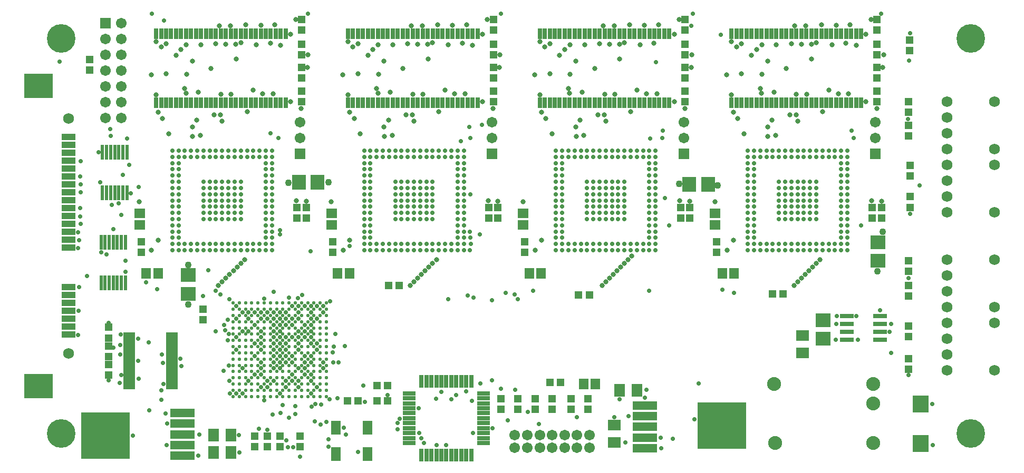
<source format=gts>
%FSLAX24Y24*%
%MOIN*%
G70*
G01*
G75*
G04 Layer_Color=8388736*
G04 Layer_Color=8388736*
%ADD10R,0.0866X0.0787*%
%ADD11R,0.0787X0.0866*%
%ADD12R,0.0945X0.1024*%
%ADD13R,0.0630X0.0709*%
%ADD14R,0.0709X0.0630*%
%ADD15R,0.1500X0.0500*%
%ADD16C,0.0177*%
%ADD17R,0.0433X0.0394*%
%ADD18R,0.0394X0.0433*%
%ADD19R,0.0512X0.0630*%
%ADD20C,0.0197*%
%ADD21R,0.0669X0.0177*%
%ADD22R,0.0669X0.0177*%
%ADD23R,0.0197X0.0591*%
%ADD24R,0.0630X0.0512*%
%ADD25R,0.3000X0.2900*%
%ADD26R,0.0748X0.0197*%
%ADD27R,0.0197X0.0748*%
%ADD28R,0.0551X0.0787*%
%ADD29R,0.1732X0.1441*%
%ADD30R,0.0827X0.0354*%
%ADD31R,0.0827X0.0354*%
%ADD32R,0.0807X0.0236*%
%ADD33R,0.0157X0.0846*%
%ADD34C,0.0160*%
%ADD35C,0.0070*%
%ADD36C,0.0090*%
%ADD37C,0.0060*%
%ADD38C,0.0120*%
%ADD39C,0.0100*%
%ADD40C,0.0080*%
%ADD41C,0.0300*%
%ADD42C,0.0250*%
%ADD43R,0.0591X0.0591*%
%ADD44C,0.0591*%
%ADD45C,0.0800*%
%ADD46C,0.0600*%
%ADD47C,0.1732*%
%ADD48C,0.1732*%
%ADD49C,0.0200*%
%ADD50C,0.0400*%
%ADD51C,0.0212*%
%ADD52C,0.0240*%
%ADD53C,0.0350*%
%ADD54R,0.0276X0.0354*%
%ADD55R,0.0354X0.0276*%
%ADD56C,0.0140*%
%ADD57C,0.0098*%
%ADD58C,0.0079*%
%ADD59C,0.0200*%
%ADD60C,0.0050*%
%ADD61R,0.0946X0.0867*%
%ADD62R,0.0867X0.0946*%
%ADD63R,0.1025X0.1104*%
%ADD64R,0.0710X0.0789*%
%ADD65R,0.0789X0.0710*%
%ADD66R,0.1580X0.0580*%
%ADD67C,0.0217*%
%ADD68R,0.0513X0.0474*%
%ADD69R,0.0474X0.0513*%
%ADD70R,0.0592X0.0710*%
%ADD71C,0.0277*%
%ADD72R,0.0749X0.0257*%
%ADD73R,0.0749X0.0257*%
%ADD74R,0.0277X0.0671*%
%ADD75R,0.0710X0.0592*%
%ADD76R,0.3080X0.2980*%
%ADD77R,0.0828X0.0277*%
%ADD78R,0.0277X0.0828*%
%ADD79R,0.0631X0.0867*%
%ADD80R,0.1812X0.1521*%
%ADD81R,0.0907X0.0434*%
%ADD82R,0.0907X0.0434*%
%ADD83R,0.0887X0.0316*%
%ADD84R,0.0237X0.0926*%
%ADD85R,0.0671X0.0671*%
%ADD86C,0.0671*%
%ADD87C,0.0880*%
%ADD88C,0.0680*%
%ADD89C,0.1812*%
%ADD90C,0.1812*%
%ADD91C,0.0280*%
%ADD92C,0.0480*%
%ADD93C,0.0292*%
%ADD94C,0.0320*%
%ADD95C,0.0430*%
D61*
X74134Y44606D02*
D03*
Y43425D02*
D03*
X30551Y42520D02*
D03*
Y41339D02*
D03*
X70669Y39665D02*
D03*
Y38484D02*
D03*
D62*
X63386Y48268D02*
D03*
X62205D02*
D03*
X37520Y48386D02*
D03*
X38701D02*
D03*
D63*
X76850Y34370D02*
D03*
Y31850D02*
D03*
D64*
X33228Y32382D02*
D03*
X32126D02*
D03*
X33228Y31299D02*
D03*
X32126D02*
D03*
X57815Y35236D02*
D03*
X58917D02*
D03*
D65*
X57480Y33031D02*
D03*
Y31929D02*
D03*
X69370Y37598D02*
D03*
Y38701D02*
D03*
D66*
X59404Y31572D02*
D03*
Y32242D02*
D03*
Y32912D02*
D03*
Y33582D02*
D03*
Y34252D02*
D03*
X30163Y33782D02*
D03*
Y33112D02*
D03*
Y32442D02*
D03*
Y31772D02*
D03*
Y31102D02*
D03*
D67*
X36516Y34843D02*
D03*
X36909D02*
D03*
X38484D02*
D03*
X38091D02*
D03*
X37697D02*
D03*
X33366Y40748D02*
D03*
Y40354D02*
D03*
Y39961D02*
D03*
Y39567D02*
D03*
Y39173D02*
D03*
Y38780D02*
D03*
Y38386D02*
D03*
Y37992D02*
D03*
Y37598D02*
D03*
Y37205D02*
D03*
Y36811D02*
D03*
Y36417D02*
D03*
Y36024D02*
D03*
Y35630D02*
D03*
Y35236D02*
D03*
Y34843D02*
D03*
X33760Y40748D02*
D03*
Y40354D02*
D03*
Y39961D02*
D03*
Y39567D02*
D03*
Y39173D02*
D03*
Y38780D02*
D03*
Y38386D02*
D03*
Y37992D02*
D03*
Y37598D02*
D03*
Y37205D02*
D03*
Y36811D02*
D03*
Y36417D02*
D03*
Y36024D02*
D03*
Y35630D02*
D03*
Y35236D02*
D03*
Y34843D02*
D03*
X34154Y40748D02*
D03*
Y40354D02*
D03*
Y39961D02*
D03*
Y39567D02*
D03*
Y39173D02*
D03*
Y38780D02*
D03*
Y38386D02*
D03*
Y37992D02*
D03*
Y37598D02*
D03*
Y37205D02*
D03*
Y36811D02*
D03*
Y36417D02*
D03*
Y36024D02*
D03*
Y35630D02*
D03*
Y35236D02*
D03*
Y34843D02*
D03*
X34547Y40748D02*
D03*
Y40354D02*
D03*
Y39961D02*
D03*
Y39567D02*
D03*
Y39173D02*
D03*
Y38780D02*
D03*
Y38386D02*
D03*
Y37992D02*
D03*
Y37598D02*
D03*
Y37205D02*
D03*
Y36811D02*
D03*
Y36417D02*
D03*
Y36024D02*
D03*
Y35630D02*
D03*
Y35236D02*
D03*
Y34843D02*
D03*
X34941Y40748D02*
D03*
Y40354D02*
D03*
Y39961D02*
D03*
Y39567D02*
D03*
Y39173D02*
D03*
Y38780D02*
D03*
Y38386D02*
D03*
Y37992D02*
D03*
Y37598D02*
D03*
Y37205D02*
D03*
Y36811D02*
D03*
Y36417D02*
D03*
Y36024D02*
D03*
Y35630D02*
D03*
Y35236D02*
D03*
Y34843D02*
D03*
X35335Y40748D02*
D03*
Y40354D02*
D03*
Y39961D02*
D03*
Y39567D02*
D03*
Y39173D02*
D03*
Y38780D02*
D03*
Y38386D02*
D03*
Y37992D02*
D03*
Y37598D02*
D03*
Y37205D02*
D03*
Y36811D02*
D03*
Y36417D02*
D03*
Y36024D02*
D03*
Y35630D02*
D03*
Y35236D02*
D03*
Y34843D02*
D03*
X35728Y40748D02*
D03*
Y40354D02*
D03*
Y39961D02*
D03*
Y39567D02*
D03*
Y39173D02*
D03*
Y38780D02*
D03*
Y38386D02*
D03*
Y37992D02*
D03*
Y37598D02*
D03*
Y37205D02*
D03*
Y36811D02*
D03*
Y36417D02*
D03*
Y36024D02*
D03*
Y35630D02*
D03*
Y35236D02*
D03*
Y34843D02*
D03*
X36122Y40748D02*
D03*
Y40354D02*
D03*
Y39961D02*
D03*
Y39567D02*
D03*
Y39173D02*
D03*
Y38780D02*
D03*
Y38386D02*
D03*
Y37992D02*
D03*
Y37598D02*
D03*
Y37205D02*
D03*
Y36811D02*
D03*
Y36417D02*
D03*
Y36024D02*
D03*
Y35630D02*
D03*
Y35236D02*
D03*
Y34843D02*
D03*
X36516Y40748D02*
D03*
Y40354D02*
D03*
Y39961D02*
D03*
Y39567D02*
D03*
Y39173D02*
D03*
Y38780D02*
D03*
Y38386D02*
D03*
Y37992D02*
D03*
Y37598D02*
D03*
Y37205D02*
D03*
Y36811D02*
D03*
Y36417D02*
D03*
Y36024D02*
D03*
Y35630D02*
D03*
Y35236D02*
D03*
X36909Y40748D02*
D03*
Y40354D02*
D03*
Y39961D02*
D03*
Y39567D02*
D03*
Y39173D02*
D03*
Y38780D02*
D03*
Y38386D02*
D03*
Y37992D02*
D03*
Y37598D02*
D03*
Y37205D02*
D03*
Y36811D02*
D03*
Y36417D02*
D03*
Y36024D02*
D03*
Y35630D02*
D03*
Y35236D02*
D03*
X37303Y40748D02*
D03*
Y40354D02*
D03*
Y39961D02*
D03*
Y39567D02*
D03*
Y39173D02*
D03*
Y38780D02*
D03*
Y38386D02*
D03*
Y37992D02*
D03*
Y37598D02*
D03*
Y37205D02*
D03*
Y36811D02*
D03*
Y36417D02*
D03*
Y36024D02*
D03*
Y35630D02*
D03*
Y35236D02*
D03*
Y34843D02*
D03*
X37697Y40748D02*
D03*
Y40354D02*
D03*
Y39961D02*
D03*
Y39567D02*
D03*
Y39173D02*
D03*
Y38780D02*
D03*
Y38386D02*
D03*
Y37992D02*
D03*
Y37598D02*
D03*
Y37205D02*
D03*
Y36811D02*
D03*
Y36417D02*
D03*
Y36024D02*
D03*
Y35630D02*
D03*
Y35236D02*
D03*
X38091Y40748D02*
D03*
Y40354D02*
D03*
Y39961D02*
D03*
Y39567D02*
D03*
Y39173D02*
D03*
Y38780D02*
D03*
Y38386D02*
D03*
Y37992D02*
D03*
Y37598D02*
D03*
Y37205D02*
D03*
Y36811D02*
D03*
Y36417D02*
D03*
Y36024D02*
D03*
Y35630D02*
D03*
Y35236D02*
D03*
X38484Y40748D02*
D03*
Y40354D02*
D03*
Y39961D02*
D03*
Y39567D02*
D03*
Y39173D02*
D03*
Y38780D02*
D03*
Y38386D02*
D03*
Y37992D02*
D03*
Y37598D02*
D03*
Y37205D02*
D03*
Y36811D02*
D03*
Y36417D02*
D03*
Y36024D02*
D03*
Y35630D02*
D03*
Y35236D02*
D03*
X38878Y40748D02*
D03*
Y40354D02*
D03*
Y39961D02*
D03*
Y39567D02*
D03*
Y39173D02*
D03*
Y38780D02*
D03*
Y38386D02*
D03*
Y37992D02*
D03*
Y37598D02*
D03*
Y37205D02*
D03*
Y36811D02*
D03*
Y36417D02*
D03*
Y36024D02*
D03*
Y35630D02*
D03*
Y35236D02*
D03*
Y34843D02*
D03*
X39272Y40748D02*
D03*
Y40354D02*
D03*
Y39961D02*
D03*
Y39567D02*
D03*
Y39173D02*
D03*
Y38780D02*
D03*
Y38386D02*
D03*
Y37992D02*
D03*
Y37598D02*
D03*
Y37205D02*
D03*
Y36811D02*
D03*
Y36417D02*
D03*
Y36024D02*
D03*
Y35630D02*
D03*
Y35236D02*
D03*
Y34843D02*
D03*
D68*
X53406Y35728D02*
D03*
X54075D02*
D03*
X43150Y35531D02*
D03*
X42480D02*
D03*
X43150Y34547D02*
D03*
X42480D02*
D03*
X41280D02*
D03*
X40610D02*
D03*
X67461Y41339D02*
D03*
X68130D02*
D03*
X55217Y41260D02*
D03*
X55886D02*
D03*
X43209Y41850D02*
D03*
X43878D02*
D03*
D69*
X34744Y32323D02*
D03*
Y31654D02*
D03*
X35531D02*
D03*
X36319D02*
D03*
X37598D02*
D03*
X76142Y57382D02*
D03*
Y56713D02*
D03*
X76083Y36575D02*
D03*
Y37244D02*
D03*
Y38642D02*
D03*
Y39311D02*
D03*
Y41201D02*
D03*
Y41870D02*
D03*
Y43445D02*
D03*
Y42776D02*
D03*
X76181Y46811D02*
D03*
Y47480D02*
D03*
Y48780D02*
D03*
Y49449D02*
D03*
X76083Y51339D02*
D03*
Y52008D02*
D03*
Y53484D02*
D03*
Y52815D02*
D03*
X55807Y34685D02*
D03*
Y34016D02*
D03*
X50295Y34016D02*
D03*
Y34685D02*
D03*
X52461Y34685D02*
D03*
Y34016D02*
D03*
X51378Y34685D02*
D03*
Y34016D02*
D03*
X53543Y34685D02*
D03*
Y34016D02*
D03*
X54724Y34016D02*
D03*
Y34685D02*
D03*
X35531Y32323D02*
D03*
X36319D02*
D03*
X37598D02*
D03*
X24291Y56161D02*
D03*
Y55492D02*
D03*
X25492Y39213D02*
D03*
Y38543D02*
D03*
Y38031D02*
D03*
Y37362D02*
D03*
Y36181D02*
D03*
Y36850D02*
D03*
X31457Y40374D02*
D03*
Y39705D02*
D03*
X74370Y46791D02*
D03*
Y46122D02*
D03*
X62244Y46791D02*
D03*
Y46122D02*
D03*
X50118Y46791D02*
D03*
Y46122D02*
D03*
X37992Y46791D02*
D03*
Y46122D02*
D03*
X63937Y43957D02*
D03*
Y44626D02*
D03*
X51811Y43957D02*
D03*
Y44626D02*
D03*
X39685Y43957D02*
D03*
Y44626D02*
D03*
X27559Y43957D02*
D03*
Y44626D02*
D03*
X74075Y58032D02*
D03*
Y58701D02*
D03*
X61949Y58032D02*
D03*
Y58701D02*
D03*
X49823Y58032D02*
D03*
Y58701D02*
D03*
X37697Y58032D02*
D03*
Y58701D02*
D03*
X74075Y54980D02*
D03*
Y55650D02*
D03*
X61949Y54980D02*
D03*
Y55650D02*
D03*
X49823Y54980D02*
D03*
Y55650D02*
D03*
X37697Y54980D02*
D03*
Y55650D02*
D03*
X74075Y56457D02*
D03*
Y57126D02*
D03*
X61949Y56457D02*
D03*
Y57126D02*
D03*
X49823Y56457D02*
D03*
Y57126D02*
D03*
X37697Y56457D02*
D03*
Y57126D02*
D03*
X74075Y53504D02*
D03*
Y54173D02*
D03*
X61949Y53504D02*
D03*
Y54173D02*
D03*
X49823Y53504D02*
D03*
Y54173D02*
D03*
X37697Y53504D02*
D03*
Y54173D02*
D03*
X73780Y46122D02*
D03*
Y46791D02*
D03*
X61654Y46122D02*
D03*
Y46791D02*
D03*
X49528Y46122D02*
D03*
Y46791D02*
D03*
X37402Y46122D02*
D03*
Y46791D02*
D03*
D70*
X55532Y35630D02*
D03*
X28622Y42618D02*
D03*
X65039D02*
D03*
X52835D02*
D03*
X40728D02*
D03*
X27874D02*
D03*
X64291D02*
D03*
X52087D02*
D03*
X39980D02*
D03*
X56280Y35630D02*
D03*
D71*
X35827Y44094D02*
D03*
X35433D02*
D03*
X35039D02*
D03*
X34646D02*
D03*
X34252D02*
D03*
X33858D02*
D03*
X33465D02*
D03*
X33071D02*
D03*
X32677D02*
D03*
X32283D02*
D03*
X31890D02*
D03*
X31496D02*
D03*
X31102D02*
D03*
X30709D02*
D03*
X30315D02*
D03*
X29921D02*
D03*
X29528D02*
D03*
X35827Y44488D02*
D03*
X35433D02*
D03*
X35039D02*
D03*
X34646D02*
D03*
X34252D02*
D03*
X33858D02*
D03*
X33465D02*
D03*
X33071D02*
D03*
X32677D02*
D03*
X32283D02*
D03*
X31890D02*
D03*
X31496D02*
D03*
X31102D02*
D03*
X30709D02*
D03*
X30315D02*
D03*
X29921D02*
D03*
X29528D02*
D03*
X35827Y44882D02*
D03*
X35433D02*
D03*
X29921D02*
D03*
X29528D02*
D03*
X35827Y45276D02*
D03*
X35433D02*
D03*
X29921D02*
D03*
X29528D02*
D03*
X35827Y45669D02*
D03*
X35433D02*
D03*
X29921D02*
D03*
X29528D02*
D03*
X35827Y46063D02*
D03*
X35433D02*
D03*
X29921D02*
D03*
X29528D02*
D03*
X35827Y46457D02*
D03*
X35433D02*
D03*
X29921D02*
D03*
X29528D02*
D03*
X35827Y46850D02*
D03*
X35433D02*
D03*
X29921D02*
D03*
X29528D02*
D03*
X35827Y47244D02*
D03*
X35433D02*
D03*
X29921D02*
D03*
X29528D02*
D03*
X35827Y47638D02*
D03*
X35433D02*
D03*
X29921D02*
D03*
X29528D02*
D03*
X35827Y48031D02*
D03*
X35433D02*
D03*
X29921D02*
D03*
X29528D02*
D03*
X35827Y48425D02*
D03*
X35433D02*
D03*
X29921D02*
D03*
X29528D02*
D03*
X35827Y48819D02*
D03*
X35433D02*
D03*
X29921D02*
D03*
X29528D02*
D03*
X35827Y49213D02*
D03*
X35433D02*
D03*
X29921D02*
D03*
X29528D02*
D03*
X35827Y49606D02*
D03*
X35433D02*
D03*
X29921D02*
D03*
X29528D02*
D03*
X35827Y50000D02*
D03*
X35433D02*
D03*
X35039D02*
D03*
X34646D02*
D03*
X34252D02*
D03*
X33858D02*
D03*
X33465D02*
D03*
X33071D02*
D03*
X32677D02*
D03*
X32283D02*
D03*
X31890D02*
D03*
X31496D02*
D03*
X31102D02*
D03*
X30709D02*
D03*
X30315D02*
D03*
X29921D02*
D03*
X29528D02*
D03*
X35827Y50394D02*
D03*
X35433D02*
D03*
X35039D02*
D03*
X34646D02*
D03*
X34252D02*
D03*
X33858D02*
D03*
X33465D02*
D03*
X33071D02*
D03*
X32677D02*
D03*
X32283D02*
D03*
X31890D02*
D03*
X31496D02*
D03*
X31102D02*
D03*
X30709D02*
D03*
X30315D02*
D03*
X29921D02*
D03*
X29528D02*
D03*
X31496Y48425D02*
D03*
X31890D02*
D03*
X32283D02*
D03*
X32677D02*
D03*
X33071D02*
D03*
X33465D02*
D03*
X33858D02*
D03*
X31496Y48031D02*
D03*
X31890D02*
D03*
X32283D02*
D03*
X32677D02*
D03*
X33071D02*
D03*
X33465D02*
D03*
X33858D02*
D03*
X31496Y47638D02*
D03*
X31890D02*
D03*
X32283D02*
D03*
X32677D02*
D03*
X33071D02*
D03*
X33465D02*
D03*
X33858D02*
D03*
X31496Y47244D02*
D03*
X31890D02*
D03*
X32283D02*
D03*
X32677D02*
D03*
X33071D02*
D03*
X33465D02*
D03*
X33858D02*
D03*
X31496Y46850D02*
D03*
X31890D02*
D03*
X32283D02*
D03*
X32677D02*
D03*
X33071D02*
D03*
X33465D02*
D03*
X33858D02*
D03*
X31496Y46457D02*
D03*
X31890D02*
D03*
X32283D02*
D03*
X32677D02*
D03*
X33071D02*
D03*
X33465D02*
D03*
X33858D02*
D03*
X31496Y46063D02*
D03*
X31890D02*
D03*
X32283D02*
D03*
X32677D02*
D03*
X33071D02*
D03*
X33465D02*
D03*
X33858D02*
D03*
X70236D02*
D03*
X69843D02*
D03*
X69449D02*
D03*
X69055D02*
D03*
X68661D02*
D03*
X68268D02*
D03*
X67874D02*
D03*
X70236Y46457D02*
D03*
X69843D02*
D03*
X69449D02*
D03*
X69055D02*
D03*
X68661D02*
D03*
X68268D02*
D03*
X67874D02*
D03*
X70236Y46850D02*
D03*
X69843D02*
D03*
X69449D02*
D03*
X69055D02*
D03*
X68661D02*
D03*
X68268D02*
D03*
X67874D02*
D03*
X70236Y47244D02*
D03*
X69843D02*
D03*
X69449D02*
D03*
X69055D02*
D03*
X68661D02*
D03*
X68268D02*
D03*
X67874D02*
D03*
X70236Y47638D02*
D03*
X69843D02*
D03*
X69449D02*
D03*
X69055D02*
D03*
X68661D02*
D03*
X68268D02*
D03*
X67874D02*
D03*
X70236Y48031D02*
D03*
X69843D02*
D03*
X69449D02*
D03*
X69055D02*
D03*
X68661D02*
D03*
X68268D02*
D03*
X67874D02*
D03*
X70236Y48425D02*
D03*
X69843D02*
D03*
X69449D02*
D03*
X69055D02*
D03*
X68661D02*
D03*
X68268D02*
D03*
X67874D02*
D03*
X65905Y50394D02*
D03*
X66299D02*
D03*
X66693D02*
D03*
X67087D02*
D03*
X67480D02*
D03*
X67874D02*
D03*
X68268D02*
D03*
X68661D02*
D03*
X69055D02*
D03*
X69449D02*
D03*
X69843D02*
D03*
X70236D02*
D03*
X70630D02*
D03*
X71024D02*
D03*
X71417D02*
D03*
X71811D02*
D03*
X72205D02*
D03*
X65905Y50000D02*
D03*
X66299D02*
D03*
X66693D02*
D03*
X67087D02*
D03*
X67480D02*
D03*
X67874D02*
D03*
X68268D02*
D03*
X68661D02*
D03*
X69055D02*
D03*
X69449D02*
D03*
X69843D02*
D03*
X70236D02*
D03*
X70630D02*
D03*
X71024D02*
D03*
X71417D02*
D03*
X71811D02*
D03*
X72205D02*
D03*
X65905Y49606D02*
D03*
X66299D02*
D03*
X71811D02*
D03*
X72205D02*
D03*
X65905Y49213D02*
D03*
X66299D02*
D03*
X71811D02*
D03*
X72205D02*
D03*
X65905Y48819D02*
D03*
X66299D02*
D03*
X71811D02*
D03*
X72205D02*
D03*
X65905Y48425D02*
D03*
X66299D02*
D03*
X71811D02*
D03*
X72205D02*
D03*
X65905Y48031D02*
D03*
X66299D02*
D03*
X71811D02*
D03*
X72205D02*
D03*
X65905Y47638D02*
D03*
X66299D02*
D03*
X71811D02*
D03*
X72205D02*
D03*
X65905Y47244D02*
D03*
X66299D02*
D03*
X71811D02*
D03*
X72205D02*
D03*
X65905Y46850D02*
D03*
X66299D02*
D03*
X71811D02*
D03*
X72205D02*
D03*
X65905Y46457D02*
D03*
X66299D02*
D03*
X71811D02*
D03*
X72205D02*
D03*
X65905Y46063D02*
D03*
X66299D02*
D03*
X71811D02*
D03*
X72205D02*
D03*
X65905Y45669D02*
D03*
X66299D02*
D03*
X71811D02*
D03*
X72205D02*
D03*
X65905Y45276D02*
D03*
X66299D02*
D03*
X71811D02*
D03*
X72205D02*
D03*
X65905Y44882D02*
D03*
X66299D02*
D03*
X71811D02*
D03*
X72205D02*
D03*
X65905Y44488D02*
D03*
X66299D02*
D03*
X66693D02*
D03*
X67087D02*
D03*
X67480D02*
D03*
X67874D02*
D03*
X68268D02*
D03*
X68661D02*
D03*
X69055D02*
D03*
X69449D02*
D03*
X69843D02*
D03*
X70236D02*
D03*
X70630D02*
D03*
X71024D02*
D03*
X71417D02*
D03*
X71811D02*
D03*
X72205D02*
D03*
X65905Y44094D02*
D03*
X66299D02*
D03*
X66693D02*
D03*
X67087D02*
D03*
X67480D02*
D03*
X67874D02*
D03*
X68268D02*
D03*
X68661D02*
D03*
X69055D02*
D03*
X69449D02*
D03*
X69843D02*
D03*
X70236D02*
D03*
X70630D02*
D03*
X71024D02*
D03*
X71417D02*
D03*
X71811D02*
D03*
X72205D02*
D03*
X58110Y46063D02*
D03*
X57717D02*
D03*
X57323D02*
D03*
X56929D02*
D03*
X56535D02*
D03*
X56142D02*
D03*
X55748D02*
D03*
X58110Y46457D02*
D03*
X57717D02*
D03*
X57323D02*
D03*
X56929D02*
D03*
X56535D02*
D03*
X56142D02*
D03*
X55748D02*
D03*
X58110Y46850D02*
D03*
X57717D02*
D03*
X57323D02*
D03*
X56929D02*
D03*
X56535D02*
D03*
X56142D02*
D03*
X55748D02*
D03*
X58110Y47244D02*
D03*
X57717D02*
D03*
X57323D02*
D03*
X56929D02*
D03*
X56535D02*
D03*
X56142D02*
D03*
X55748D02*
D03*
X58110Y47638D02*
D03*
X57717D02*
D03*
X57323D02*
D03*
X56929D02*
D03*
X56535D02*
D03*
X56142D02*
D03*
X55748D02*
D03*
X58110Y48031D02*
D03*
X57717D02*
D03*
X57323D02*
D03*
X56929D02*
D03*
X56535D02*
D03*
X56142D02*
D03*
X55748D02*
D03*
X58110Y48425D02*
D03*
X57717D02*
D03*
X57323D02*
D03*
X56929D02*
D03*
X56535D02*
D03*
X56142D02*
D03*
X55748D02*
D03*
X53780Y50394D02*
D03*
X54173D02*
D03*
X54567D02*
D03*
X54961D02*
D03*
X55354D02*
D03*
X55748D02*
D03*
X56142D02*
D03*
X56535D02*
D03*
X56929D02*
D03*
X57323D02*
D03*
X57717D02*
D03*
X58110D02*
D03*
X58504D02*
D03*
X58898D02*
D03*
X59291D02*
D03*
X59685D02*
D03*
X60079D02*
D03*
X53780Y50000D02*
D03*
X54173D02*
D03*
X54567D02*
D03*
X54961D02*
D03*
X55354D02*
D03*
X55748D02*
D03*
X56142D02*
D03*
X56535D02*
D03*
X56929D02*
D03*
X57323D02*
D03*
X57717D02*
D03*
X58110D02*
D03*
X58504D02*
D03*
X58898D02*
D03*
X59291D02*
D03*
X59685D02*
D03*
X60079D02*
D03*
X53780Y49606D02*
D03*
X54173D02*
D03*
X59685D02*
D03*
X60079D02*
D03*
X53780Y49213D02*
D03*
X54173D02*
D03*
X59685D02*
D03*
X60079D02*
D03*
X53780Y48819D02*
D03*
X54173D02*
D03*
X59685D02*
D03*
X60079D02*
D03*
X53780Y48425D02*
D03*
X54173D02*
D03*
X59685D02*
D03*
X60079D02*
D03*
X53780Y48031D02*
D03*
X54173D02*
D03*
X59685D02*
D03*
X60079D02*
D03*
X53780Y47638D02*
D03*
X54173D02*
D03*
X59685D02*
D03*
X60079D02*
D03*
X53780Y47244D02*
D03*
X54173D02*
D03*
X59685D02*
D03*
X60079D02*
D03*
X53780Y46850D02*
D03*
X54173D02*
D03*
X59685D02*
D03*
X60079D02*
D03*
X53780Y46457D02*
D03*
X54173D02*
D03*
X59685D02*
D03*
X60079D02*
D03*
X53780Y46063D02*
D03*
X54173D02*
D03*
X59685D02*
D03*
X60079D02*
D03*
X53780Y45669D02*
D03*
X54173D02*
D03*
X59685D02*
D03*
X60079D02*
D03*
X53780Y45276D02*
D03*
X54173D02*
D03*
X59685D02*
D03*
X60079D02*
D03*
X53780Y44882D02*
D03*
X54173D02*
D03*
X59685D02*
D03*
X60079D02*
D03*
X53780Y44488D02*
D03*
X54173D02*
D03*
X54567D02*
D03*
X54961D02*
D03*
X55354D02*
D03*
X55748D02*
D03*
X56142D02*
D03*
X56535D02*
D03*
X56929D02*
D03*
X57323D02*
D03*
X57717D02*
D03*
X58110D02*
D03*
X58504D02*
D03*
X58898D02*
D03*
X59291D02*
D03*
X59685D02*
D03*
X60079D02*
D03*
X53780Y44094D02*
D03*
X54173D02*
D03*
X54567D02*
D03*
X54961D02*
D03*
X55354D02*
D03*
X55748D02*
D03*
X56142D02*
D03*
X56535D02*
D03*
X56929D02*
D03*
X57323D02*
D03*
X57717D02*
D03*
X58110D02*
D03*
X58504D02*
D03*
X58898D02*
D03*
X59291D02*
D03*
X59685D02*
D03*
X60079D02*
D03*
X47953D02*
D03*
X47559D02*
D03*
X47165D02*
D03*
X46772D02*
D03*
X46378D02*
D03*
X45984D02*
D03*
X45591D02*
D03*
X45197D02*
D03*
X44803D02*
D03*
X44409D02*
D03*
X44016D02*
D03*
X43622D02*
D03*
X43228D02*
D03*
X42835D02*
D03*
X42441D02*
D03*
X42047D02*
D03*
X41654D02*
D03*
X47953Y44488D02*
D03*
X47559D02*
D03*
X47165D02*
D03*
X46772D02*
D03*
X46378D02*
D03*
X45984D02*
D03*
X45591D02*
D03*
X45197D02*
D03*
X44803D02*
D03*
X44409D02*
D03*
X44016D02*
D03*
X43622D02*
D03*
X43228D02*
D03*
X42835D02*
D03*
X42441D02*
D03*
X42047D02*
D03*
X41654D02*
D03*
X47953Y44882D02*
D03*
X47559D02*
D03*
X42047D02*
D03*
X41654D02*
D03*
X47953Y45276D02*
D03*
X47559D02*
D03*
X42047D02*
D03*
X41654D02*
D03*
X47953Y45669D02*
D03*
X47559D02*
D03*
X42047D02*
D03*
X41654D02*
D03*
X47953Y46063D02*
D03*
X47559D02*
D03*
X42047D02*
D03*
X41654D02*
D03*
X47953Y46457D02*
D03*
X47559D02*
D03*
X42047D02*
D03*
X41654D02*
D03*
X47953Y46850D02*
D03*
X47559D02*
D03*
X42047D02*
D03*
X41654D02*
D03*
X47953Y47244D02*
D03*
X47559D02*
D03*
X42047D02*
D03*
X41654D02*
D03*
X47953Y47638D02*
D03*
X47559D02*
D03*
X42047D02*
D03*
X41654D02*
D03*
X47953Y48031D02*
D03*
X47559D02*
D03*
X42047D02*
D03*
X41654D02*
D03*
X47953Y48425D02*
D03*
X47559D02*
D03*
X42047D02*
D03*
X41654D02*
D03*
X47953Y48819D02*
D03*
X47559D02*
D03*
X42047D02*
D03*
X41654D02*
D03*
X47953Y49213D02*
D03*
X47559D02*
D03*
X42047D02*
D03*
X41654D02*
D03*
X47953Y49606D02*
D03*
X47559D02*
D03*
X42047D02*
D03*
X41654D02*
D03*
X47953Y50000D02*
D03*
X47559D02*
D03*
X47165D02*
D03*
X46772D02*
D03*
X46378D02*
D03*
X45984D02*
D03*
X45591D02*
D03*
X45197D02*
D03*
X44803D02*
D03*
X44409D02*
D03*
X44016D02*
D03*
X43622D02*
D03*
X43228D02*
D03*
X42835D02*
D03*
X42441D02*
D03*
X42047D02*
D03*
X41654D02*
D03*
X47953Y50394D02*
D03*
X47559D02*
D03*
X47165D02*
D03*
X46772D02*
D03*
X46378D02*
D03*
X45984D02*
D03*
X45591D02*
D03*
X45197D02*
D03*
X44803D02*
D03*
X44409D02*
D03*
X44016D02*
D03*
X43622D02*
D03*
X43228D02*
D03*
X42835D02*
D03*
X42441D02*
D03*
X42047D02*
D03*
X41654D02*
D03*
X43622Y48425D02*
D03*
X44016D02*
D03*
X44409D02*
D03*
X44803D02*
D03*
X45197D02*
D03*
X45591D02*
D03*
X45984D02*
D03*
X43622Y48031D02*
D03*
X44016D02*
D03*
X44409D02*
D03*
X44803D02*
D03*
X45197D02*
D03*
X45591D02*
D03*
X45984D02*
D03*
X43622Y47638D02*
D03*
X44016D02*
D03*
X44409D02*
D03*
X44803D02*
D03*
X45197D02*
D03*
X45591D02*
D03*
X45984D02*
D03*
X43622Y47244D02*
D03*
X44016D02*
D03*
X44409D02*
D03*
X44803D02*
D03*
X45197D02*
D03*
X45591D02*
D03*
X45984D02*
D03*
X43622Y46850D02*
D03*
X44016D02*
D03*
X44409D02*
D03*
X44803D02*
D03*
X45197D02*
D03*
X45591D02*
D03*
X45984D02*
D03*
X43622Y46457D02*
D03*
X44016D02*
D03*
X44409D02*
D03*
X44803D02*
D03*
X45197D02*
D03*
X45591D02*
D03*
X45984D02*
D03*
X43622Y46063D02*
D03*
X44016D02*
D03*
X44409D02*
D03*
X44803D02*
D03*
X45197D02*
D03*
X45591D02*
D03*
X45984D02*
D03*
D72*
X26811Y36467D02*
D03*
Y38514D02*
D03*
Y38258D02*
D03*
Y38002D02*
D03*
Y37746D02*
D03*
Y37490D02*
D03*
Y37234D02*
D03*
Y36978D02*
D03*
Y36722D02*
D03*
Y36211D02*
D03*
Y35955D02*
D03*
Y35699D02*
D03*
Y35443D02*
D03*
X29488Y38770D02*
D03*
Y38514D02*
D03*
Y38258D02*
D03*
Y38002D02*
D03*
Y37746D02*
D03*
Y37490D02*
D03*
Y37234D02*
D03*
Y36978D02*
D03*
Y36722D02*
D03*
Y36467D02*
D03*
Y36211D02*
D03*
Y35955D02*
D03*
Y35699D02*
D03*
Y35443D02*
D03*
D73*
X26811Y38770D02*
D03*
D74*
X30080Y57785D02*
D03*
X28506Y53415D02*
D03*
X28820D02*
D03*
X29135D02*
D03*
X29450D02*
D03*
X29765D02*
D03*
X30080D02*
D03*
X30395D02*
D03*
X30710D02*
D03*
X31025D02*
D03*
X31340D02*
D03*
X31655D02*
D03*
X31970D02*
D03*
X32285D02*
D03*
X32600D02*
D03*
X32915D02*
D03*
X33230D02*
D03*
X33545D02*
D03*
X33860D02*
D03*
X34175D02*
D03*
X34490D02*
D03*
X34805D02*
D03*
X35120D02*
D03*
X35435D02*
D03*
X35750D02*
D03*
X36065D02*
D03*
X36380D02*
D03*
X36694D02*
D03*
X28506Y57785D02*
D03*
X28820D02*
D03*
X29135D02*
D03*
X29450D02*
D03*
X29765D02*
D03*
X30395D02*
D03*
X30710D02*
D03*
X31025D02*
D03*
X31340D02*
D03*
X31655D02*
D03*
X31970D02*
D03*
X32285D02*
D03*
X32600D02*
D03*
X32915D02*
D03*
X33230D02*
D03*
X33545D02*
D03*
X33860D02*
D03*
X34175D02*
D03*
X34490D02*
D03*
X34805D02*
D03*
X35120D02*
D03*
X35435D02*
D03*
X35750D02*
D03*
X36065D02*
D03*
X36380D02*
D03*
X36694D02*
D03*
X73072D02*
D03*
X72757D02*
D03*
X72443D02*
D03*
X72128D02*
D03*
X71813D02*
D03*
X71498D02*
D03*
X71183D02*
D03*
X70868D02*
D03*
X70553D02*
D03*
X70238D02*
D03*
X69923D02*
D03*
X69608D02*
D03*
X69293D02*
D03*
X68978D02*
D03*
X68663D02*
D03*
X68348D02*
D03*
X68033D02*
D03*
X67718D02*
D03*
X67403D02*
D03*
X67088D02*
D03*
X66773D02*
D03*
X66458D02*
D03*
X66143D02*
D03*
X65828D02*
D03*
X65513D02*
D03*
X65198D02*
D03*
X64883D02*
D03*
X73072Y53415D02*
D03*
X72757D02*
D03*
X72443D02*
D03*
X72128D02*
D03*
X71813D02*
D03*
X71498D02*
D03*
X71183D02*
D03*
X70868D02*
D03*
X70553D02*
D03*
X70238D02*
D03*
X69923D02*
D03*
X69608D02*
D03*
X69293D02*
D03*
X68978D02*
D03*
X68663D02*
D03*
X68348D02*
D03*
X68033D02*
D03*
X67718D02*
D03*
X67403D02*
D03*
X67088D02*
D03*
X66773D02*
D03*
X66458D02*
D03*
X66143D02*
D03*
X65828D02*
D03*
X65513D02*
D03*
X65198D02*
D03*
X64883D02*
D03*
X60946Y57785D02*
D03*
X60631D02*
D03*
X60317D02*
D03*
X60002D02*
D03*
X59687D02*
D03*
X59372D02*
D03*
X59057D02*
D03*
X58742D02*
D03*
X58427D02*
D03*
X58112D02*
D03*
X57797D02*
D03*
X57482D02*
D03*
X57167D02*
D03*
X56852D02*
D03*
X56537D02*
D03*
X56222D02*
D03*
X55907D02*
D03*
X55592D02*
D03*
X55277D02*
D03*
X54962D02*
D03*
X54647D02*
D03*
X54332D02*
D03*
X54017D02*
D03*
X53702D02*
D03*
X53387D02*
D03*
X53072D02*
D03*
X52757D02*
D03*
X60946Y53415D02*
D03*
X60631D02*
D03*
X60317D02*
D03*
X60002D02*
D03*
X59687D02*
D03*
X59372D02*
D03*
X59057D02*
D03*
X58742D02*
D03*
X58427D02*
D03*
X58112D02*
D03*
X57797D02*
D03*
X57482D02*
D03*
X57167D02*
D03*
X56852D02*
D03*
X56537D02*
D03*
X56222D02*
D03*
X55907D02*
D03*
X55592D02*
D03*
X55277D02*
D03*
X54962D02*
D03*
X54647D02*
D03*
X54332D02*
D03*
X54017D02*
D03*
X53702D02*
D03*
X53387D02*
D03*
X53072D02*
D03*
X52757D02*
D03*
X40631D02*
D03*
X40946D02*
D03*
X41261D02*
D03*
X41576D02*
D03*
X41891D02*
D03*
X42206D02*
D03*
X42521D02*
D03*
X42836D02*
D03*
X43151D02*
D03*
X43466D02*
D03*
X43781D02*
D03*
X44096D02*
D03*
X44411D02*
D03*
X44726D02*
D03*
X45041D02*
D03*
X45356D02*
D03*
X45671D02*
D03*
X45986D02*
D03*
X46301D02*
D03*
X46616D02*
D03*
X46931D02*
D03*
X47246D02*
D03*
X47561D02*
D03*
X47876D02*
D03*
X48191D02*
D03*
X48506D02*
D03*
X48820D02*
D03*
X40631Y57785D02*
D03*
X40946D02*
D03*
X41261D02*
D03*
X41576D02*
D03*
X41891D02*
D03*
X42206D02*
D03*
X42521D02*
D03*
X42836D02*
D03*
X43151D02*
D03*
X43466D02*
D03*
X43781D02*
D03*
X44096D02*
D03*
X44411D02*
D03*
X44726D02*
D03*
X45041D02*
D03*
X45356D02*
D03*
X45671D02*
D03*
X45986D02*
D03*
X46301D02*
D03*
X46616D02*
D03*
X46931D02*
D03*
X47246D02*
D03*
X47561D02*
D03*
X47876D02*
D03*
X48191D02*
D03*
X48506D02*
D03*
X48820D02*
D03*
D75*
X63839Y45689D02*
D03*
Y46437D02*
D03*
X51713Y45689D02*
D03*
Y46437D02*
D03*
X27461Y45689D02*
D03*
Y46437D02*
D03*
X39587D02*
D03*
Y45689D02*
D03*
D76*
X64254Y33002D02*
D03*
X25313Y32352D02*
D03*
D77*
X44508Y35039D02*
D03*
Y34724D02*
D03*
Y34409D02*
D03*
Y34094D02*
D03*
Y33780D02*
D03*
Y33465D02*
D03*
Y33150D02*
D03*
Y32835D02*
D03*
Y32520D02*
D03*
Y32205D02*
D03*
Y31890D02*
D03*
X49193Y35039D02*
D03*
Y34724D02*
D03*
Y34409D02*
D03*
Y34094D02*
D03*
Y33780D02*
D03*
Y33465D02*
D03*
Y33150D02*
D03*
Y32835D02*
D03*
Y32520D02*
D03*
Y32205D02*
D03*
Y31890D02*
D03*
D78*
X45276Y31122D02*
D03*
X45591D02*
D03*
X45906D02*
D03*
X46220D02*
D03*
X46535D02*
D03*
X46850D02*
D03*
X47165D02*
D03*
X47480D02*
D03*
X47795D02*
D03*
X48110D02*
D03*
X48425D02*
D03*
X45276Y35807D02*
D03*
X45591D02*
D03*
X45906D02*
D03*
X46220D02*
D03*
X46535D02*
D03*
X46850D02*
D03*
X47165D02*
D03*
X47480D02*
D03*
X47795D02*
D03*
X48110D02*
D03*
X48425D02*
D03*
D79*
X39862Y32854D02*
D03*
X41862D02*
D03*
Y31201D02*
D03*
X39862D02*
D03*
D80*
X21083Y35492D02*
D03*
Y54508D02*
D03*
D81*
X22972Y38750D02*
D03*
Y39250D02*
D03*
Y39750D02*
D03*
Y40250D02*
D03*
Y40750D02*
D03*
Y41250D02*
D03*
Y41750D02*
D03*
D82*
Y51250D02*
D03*
Y50750D02*
D03*
Y50250D02*
D03*
Y49750D02*
D03*
Y49250D02*
D03*
Y48750D02*
D03*
Y48250D02*
D03*
Y47750D02*
D03*
Y47250D02*
D03*
Y46750D02*
D03*
Y46250D02*
D03*
Y45750D02*
D03*
Y45250D02*
D03*
Y44750D02*
D03*
Y44250D02*
D03*
D83*
X72175Y39923D02*
D03*
Y39423D02*
D03*
Y38923D02*
D03*
Y38423D02*
D03*
X74282Y39923D02*
D03*
Y39423D02*
D03*
Y38923D02*
D03*
Y38423D02*
D03*
D84*
X25118Y47726D02*
D03*
X25374D02*
D03*
X25630D02*
D03*
X25886D02*
D03*
X26142D02*
D03*
X26398D02*
D03*
X26654D02*
D03*
X25118Y50305D02*
D03*
X25374D02*
D03*
X25630D02*
D03*
X25886D02*
D03*
X26142D02*
D03*
X26398D02*
D03*
X26654D02*
D03*
X25020Y42018D02*
D03*
X25276D02*
D03*
X25531D02*
D03*
X25787D02*
D03*
X26043D02*
D03*
X26299D02*
D03*
X26555D02*
D03*
X25020Y44596D02*
D03*
X25276D02*
D03*
X25531D02*
D03*
X25787D02*
D03*
X26043D02*
D03*
X26299D02*
D03*
X26555D02*
D03*
D85*
X73978Y50200D02*
D03*
X61852D02*
D03*
X37600D02*
D03*
X49726D02*
D03*
X25295Y58465D02*
D03*
D86*
X73978Y51200D02*
D03*
Y52200D02*
D03*
X61852Y51200D02*
D03*
Y52200D02*
D03*
X37600Y51200D02*
D03*
Y52200D02*
D03*
X55906Y32382D02*
D03*
Y31594D02*
D03*
X55118Y32382D02*
D03*
Y31594D02*
D03*
X54331Y32382D02*
D03*
Y31594D02*
D03*
X53543Y32382D02*
D03*
Y31594D02*
D03*
X52756Y32382D02*
D03*
Y31594D02*
D03*
X51968Y32382D02*
D03*
Y31594D02*
D03*
X51181Y32382D02*
D03*
Y31594D02*
D03*
X49726Y52200D02*
D03*
Y51200D02*
D03*
X26295Y58465D02*
D03*
X25295Y57465D02*
D03*
X26295D02*
D03*
X25295Y56465D02*
D03*
X26295D02*
D03*
X25295Y55465D02*
D03*
X26295D02*
D03*
X25295Y54465D02*
D03*
X26295D02*
D03*
X25295Y53465D02*
D03*
X26295D02*
D03*
X25295Y52465D02*
D03*
X26295D02*
D03*
D87*
X73819Y31890D02*
D03*
Y34390D02*
D03*
Y35640D02*
D03*
X67569D02*
D03*
X67619Y31890D02*
D03*
D88*
X22972Y37573D02*
D03*
Y52427D02*
D03*
X81500Y36500D02*
D03*
Y39500D02*
D03*
X78500Y36500D02*
D03*
Y37500D02*
D03*
Y39500D02*
D03*
Y38500D02*
D03*
X81500Y46500D02*
D03*
Y49500D02*
D03*
X78500Y46500D02*
D03*
Y47500D02*
D03*
Y49500D02*
D03*
Y48500D02*
D03*
X81500Y40500D02*
D03*
Y43500D02*
D03*
X78500Y40500D02*
D03*
Y41500D02*
D03*
Y43500D02*
D03*
Y42500D02*
D03*
X81500Y50500D02*
D03*
Y53500D02*
D03*
X78500Y50500D02*
D03*
Y51500D02*
D03*
Y53500D02*
D03*
Y52500D02*
D03*
D89*
X80000Y32500D02*
D03*
D90*
Y57500D02*
D03*
X22500Y32500D02*
D03*
Y57500D02*
D03*
D91*
X60433Y31555D02*
D03*
X39980Y34744D02*
D03*
X36378Y33780D02*
D03*
X36516Y34311D02*
D03*
X35866Y33681D02*
D03*
X35000Y32795D02*
D03*
X28839Y34626D02*
D03*
X28563Y41634D02*
D03*
X65020Y41398D02*
D03*
X62795Y35669D02*
D03*
X52323Y41516D02*
D03*
X49016Y35669D02*
D03*
X48583Y41083D02*
D03*
X39252Y33228D02*
D03*
X37598Y31024D02*
D03*
X48976Y45079D02*
D03*
X48465Y34567D02*
D03*
X48189Y41240D02*
D03*
X40728Y44370D02*
D03*
X40492Y32441D02*
D03*
X37165Y31634D02*
D03*
X22402Y56043D02*
D03*
X31811Y42835D02*
D03*
X31457Y41201D02*
D03*
X23740Y49744D02*
D03*
X23711Y48750D02*
D03*
X23719Y48250D02*
D03*
X23720Y47776D02*
D03*
X23740Y45748D02*
D03*
X23701Y46240D02*
D03*
Y46772D02*
D03*
X23583Y45236D02*
D03*
X23622Y44744D02*
D03*
X23583Y44232D02*
D03*
X23624Y41750D02*
D03*
X23589Y40250D02*
D03*
X23563Y38740D02*
D03*
X28041Y38258D02*
D03*
X28976Y35630D02*
D03*
X28839Y35236D02*
D03*
X28868Y37490D02*
D03*
X30049Y37234D02*
D03*
X28927Y36978D02*
D03*
X30118Y36752D02*
D03*
X26280Y38760D02*
D03*
X27362Y38504D02*
D03*
X26220Y38091D02*
D03*
X27382Y37106D02*
D03*
X26289Y36211D02*
D03*
X27392Y35955D02*
D03*
X26201Y35689D02*
D03*
X25807Y37933D02*
D03*
X26250Y37490D02*
D03*
X25492Y35866D02*
D03*
Y39488D02*
D03*
X36339Y45374D02*
D03*
X32874Y39035D02*
D03*
X32795Y39370D02*
D03*
X36909Y41083D02*
D03*
X37461Y41063D02*
D03*
X37736Y41260D02*
D03*
X48366Y47638D02*
D03*
X48346Y45276D02*
D03*
X48366Y44882D02*
D03*
X48386Y44488D02*
D03*
X48346Y44094D02*
D03*
X60669Y47382D02*
D03*
X40433Y38012D02*
D03*
X39744Y37992D02*
D03*
X39705Y37008D02*
D03*
X39665Y37638D02*
D03*
X73071Y45669D02*
D03*
X31161Y31102D02*
D03*
X29154Y31752D02*
D03*
X31219Y32442D02*
D03*
X29193Y33130D02*
D03*
X76181Y46398D02*
D03*
X76043Y52402D02*
D03*
X76083Y42343D02*
D03*
Y36181D02*
D03*
X74282Y40285D02*
D03*
X74862Y38917D02*
D03*
X72872Y38423D02*
D03*
X71535Y39921D02*
D03*
X33740Y32382D02*
D03*
X33760Y31299D02*
D03*
X27047Y32362D02*
D03*
X45433Y31909D02*
D03*
X52717Y33110D02*
D03*
X45276Y32205D02*
D03*
X50728Y33327D02*
D03*
X45138Y32520D02*
D03*
X55098Y33543D02*
D03*
X46220Y31772D02*
D03*
X46850Y31752D02*
D03*
X48543Y32520D02*
D03*
X49764Y32835D02*
D03*
X48110Y35177D02*
D03*
X51181Y41280D02*
D03*
X51378Y40984D02*
D03*
X60925Y45669D02*
D03*
X35335Y41024D02*
D03*
X35925Y41457D02*
D03*
X46968Y40984D02*
D03*
X39390Y32126D02*
D03*
Y31673D02*
D03*
X40039Y37008D02*
D03*
X59685Y41516D02*
D03*
X71459Y38423D02*
D03*
X74980Y37598D02*
D03*
X76752Y48209D02*
D03*
X74961Y39429D02*
D03*
X71510Y39423D02*
D03*
X43150Y34921D02*
D03*
X47480D02*
D03*
X47165Y34665D02*
D03*
X41693Y34488D02*
D03*
X32559Y41280D02*
D03*
X32264Y38976D02*
D03*
X32756Y36457D02*
D03*
X40354Y32854D02*
D03*
X49744Y40925D02*
D03*
Y35866D02*
D03*
X45098Y34094D02*
D03*
X37303Y33740D02*
D03*
X36909Y33504D02*
D03*
X43780Y32776D02*
D03*
X43760Y33169D02*
D03*
X46201Y34685D02*
D03*
X46535Y35118D02*
D03*
X50295Y35315D02*
D03*
X38917Y33071D02*
D03*
X36831Y31614D02*
D03*
X59488Y35256D02*
D03*
X59409Y34756D02*
D03*
X57815Y34665D02*
D03*
X57461Y33524D02*
D03*
X58169Y31929D02*
D03*
X58367Y33582D02*
D03*
X62520Y33386D02*
D03*
X29094Y33760D02*
D03*
X28071Y33977D02*
D03*
X61162Y32165D02*
D03*
X60396Y32242D02*
D03*
X51201Y35256D02*
D03*
X51988Y33852D02*
D03*
X24134Y42461D02*
D03*
X26299Y46339D02*
D03*
X28248Y59075D02*
D03*
X62421D02*
D03*
X50295D02*
D03*
X38110D02*
D03*
X26654Y51161D02*
D03*
X26398Y48858D02*
D03*
X25630Y51339D02*
D03*
X25610Y51752D02*
D03*
X36240Y51201D02*
D03*
X48366D02*
D03*
X60492D02*
D03*
X72618D02*
D03*
X74350Y59075D02*
D03*
X26811Y49488D02*
D03*
X24852Y50305D02*
D03*
X26890Y47697D02*
D03*
X72480Y51654D02*
D03*
X59724Y51161D02*
D03*
X60551Y51654D02*
D03*
X49094Y52028D02*
D03*
X47776Y51004D02*
D03*
X35748Y51496D02*
D03*
X25374Y43819D02*
D03*
X26555Y43445D02*
D03*
X27402Y48091D02*
D03*
X24980Y48406D02*
D03*
X60098Y56004D02*
D03*
X62323Y58287D02*
D03*
X29016Y58622D02*
D03*
X25709Y46949D02*
D03*
X48307Y51890D02*
D03*
X36339Y45079D02*
D03*
X26142Y47047D02*
D03*
X64213Y57736D02*
D03*
X25787Y45433D02*
D03*
X26555Y42717D02*
D03*
X25020Y43976D02*
D03*
X50610Y41398D02*
D03*
X64291Y41594D02*
D03*
X38268Y44016D02*
D03*
X27854Y42047D02*
D03*
X38583Y34350D02*
D03*
X38327Y34193D02*
D03*
X38543Y33268D02*
D03*
X35531Y32736D02*
D03*
X36732Y32047D02*
D03*
X41594Y35531D02*
D03*
X32264Y41516D02*
D03*
X76181Y57815D02*
D03*
X76102Y56102D02*
D03*
X39823Y38780D02*
D03*
X77579Y34370D02*
D03*
X77598Y31772D02*
D03*
X38937Y34331D02*
D03*
X37303Y34232D02*
D03*
X72774Y39923D02*
D03*
X43917Y33425D02*
D03*
X41280Y31339D02*
D03*
D92*
X65354Y31969D02*
D03*
X65374Y34173D02*
D03*
X64606Y34154D02*
D03*
X64587Y31949D02*
D03*
X24980Y33406D02*
D03*
X24961Y31201D02*
D03*
X24193Y31181D02*
D03*
X24213Y33386D02*
D03*
D93*
X33563Y40551D02*
D03*
Y37795D02*
D03*
X33091Y36811D02*
D03*
X35138Y36220D02*
D03*
Y35433D02*
D03*
Y36614D02*
D03*
X34744Y36220D02*
D03*
X34350Y35827D02*
D03*
X33169Y35039D02*
D03*
X33563D02*
D03*
X33130Y40984D02*
D03*
X34744Y40157D02*
D03*
X35138D02*
D03*
X35531D02*
D03*
X35925D02*
D03*
X34350D02*
D03*
X33957D02*
D03*
X33563Y39764D02*
D03*
X33051Y39685D02*
D03*
X34350Y39764D02*
D03*
X34744Y39370D02*
D03*
X34350Y38976D02*
D03*
X33957D02*
D03*
X33563Y38583D02*
D03*
X33051Y38386D02*
D03*
X33091Y38780D02*
D03*
X37106Y40551D02*
D03*
X37500D02*
D03*
X37894D02*
D03*
X38287D02*
D03*
X38681D02*
D03*
X36713Y40157D02*
D03*
X36319D02*
D03*
X35925Y39764D02*
D03*
X36319D02*
D03*
X37500Y40157D02*
D03*
X36713Y39764D02*
D03*
X39488Y40846D02*
D03*
X39075Y40551D02*
D03*
X37500Y39764D02*
D03*
X37106D02*
D03*
X37894Y39370D02*
D03*
X37500Y38976D02*
D03*
X37106Y38583D02*
D03*
X36713Y39370D02*
D03*
X38287D02*
D03*
X37894Y38976D02*
D03*
X38287D02*
D03*
X37894Y38583D02*
D03*
X38287D02*
D03*
Y38189D02*
D03*
X38681Y38189D02*
D03*
X38681Y37795D02*
D03*
X38287Y37402D02*
D03*
X37894D02*
D03*
X37500Y38583D02*
D03*
Y38189D02*
D03*
X37106Y37008D02*
D03*
X37500Y36614D02*
D03*
X37894Y36220D02*
D03*
X38287Y35827D02*
D03*
X39469Y34646D02*
D03*
X37894Y37008D02*
D03*
Y36614D02*
D03*
X38287Y36220D02*
D03*
Y37008D02*
D03*
X39075D02*
D03*
X35335Y34587D02*
D03*
X38287Y39764D02*
D03*
X38681D02*
D03*
X38287Y40157D02*
D03*
X39075D02*
D03*
X35138Y39764D02*
D03*
X37106Y39370D02*
D03*
Y35827D02*
D03*
X36713Y35433D02*
D03*
X37500D02*
D03*
Y35827D02*
D03*
X37106Y36220D02*
D03*
X36713Y35827D02*
D03*
X36319Y35039D02*
D03*
X35925Y35827D02*
D03*
X36319Y37795D02*
D03*
X36713D02*
D03*
X35925D02*
D03*
Y38189D02*
D03*
X36713D02*
D03*
X36319D02*
D03*
Y37795D02*
D03*
X35925Y37402D02*
D03*
X36713D02*
D03*
X36319D02*
D03*
X35138Y38976D02*
D03*
X34744Y37402D02*
D03*
Y38189D02*
D03*
X35138Y38583D02*
D03*
Y38189D02*
D03*
Y37795D02*
D03*
Y37008D02*
D03*
X35925Y36614D02*
D03*
X35925Y37008D02*
D03*
X36319D02*
D03*
X36713D02*
D03*
X36319Y36614D02*
D03*
X36713Y38583D02*
D03*
X36319Y38583D02*
D03*
X35925D02*
D03*
X35925Y38976D02*
D03*
X35925Y39370D02*
D03*
X36319D02*
D03*
X37500Y37795D02*
D03*
X37106Y37402D02*
D03*
X35531Y35827D02*
D03*
X36319Y38976D02*
D03*
X35531Y39764D02*
D03*
X38681Y35433D02*
D03*
X38287Y35039D02*
D03*
X35531Y35433D02*
D03*
X33957Y35039D02*
D03*
X33150Y35827D02*
D03*
X39075Y36614D02*
D03*
X33957D02*
D03*
D94*
X32677Y42087D02*
D03*
X32913Y42323D02*
D03*
X33150Y42559D02*
D03*
X33386Y42795D02*
D03*
X33622Y43032D02*
D03*
X33858Y43268D02*
D03*
X34094Y43504D02*
D03*
X27441Y47165D02*
D03*
X37362Y47244D02*
D03*
X37992Y47205D02*
D03*
X37677Y53071D02*
D03*
X38071Y55669D02*
D03*
X38110Y56457D02*
D03*
X37323Y58701D02*
D03*
X29291Y51457D02*
D03*
X28898Y52441D02*
D03*
X28622Y52835D02*
D03*
X29134Y57165D02*
D03*
Y55276D02*
D03*
X29765Y56419D02*
D03*
X28189Y55197D02*
D03*
X28819Y56968D02*
D03*
X30394Y54016D02*
D03*
X35728Y57185D02*
D03*
X34843Y57087D02*
D03*
X34175Y58348D02*
D03*
X33858Y57244D02*
D03*
X33543Y57126D02*
D03*
X32915Y57124D02*
D03*
X32283Y57165D02*
D03*
X31970Y55592D02*
D03*
X30433Y55236D02*
D03*
X30315Y54331D02*
D03*
X30079Y56811D02*
D03*
X31339Y57087D02*
D03*
X30787Y56063D02*
D03*
Y51890D02*
D03*
X31181Y54094D02*
D03*
X31063Y52323D02*
D03*
X30807Y51280D02*
D03*
X36380Y57049D02*
D03*
X31299Y51378D02*
D03*
X30413Y57087D02*
D03*
X34252Y52854D02*
D03*
X33563Y56201D02*
D03*
X34646Y54232D02*
D03*
X32185Y52657D02*
D03*
X32579D02*
D03*
X32677Y52264D02*
D03*
X37000Y57750D02*
D03*
Y53500D02*
D03*
X28500Y57300D02*
D03*
X28506Y53944D02*
D03*
X32600Y53950D02*
D03*
X33250D02*
D03*
X35250Y54000D02*
D03*
X35900D02*
D03*
X32500Y58300D02*
D03*
X33200D02*
D03*
X35120Y58320D02*
D03*
X36000Y58350D02*
D03*
X32441Y41850D02*
D03*
X28622Y44744D02*
D03*
X28209Y44094D02*
D03*
X39567Y47165D02*
D03*
X49488Y47244D02*
D03*
X49803Y53071D02*
D03*
X50236Y56457D02*
D03*
X50197Y55669D02*
D03*
X49449Y58701D02*
D03*
X40335Y44094D02*
D03*
X50118Y47205D02*
D03*
X42913Y51890D02*
D03*
Y56063D02*
D03*
X43425Y51378D02*
D03*
X48506Y57049D02*
D03*
X46772Y54232D02*
D03*
X45689Y56201D02*
D03*
X44311Y52657D02*
D03*
X45984Y57244D02*
D03*
X44803Y52264D02*
D03*
X45041Y57124D02*
D03*
X42539Y57087D02*
D03*
X47854Y57185D02*
D03*
X44705Y52657D02*
D03*
X46968Y57087D02*
D03*
X45669Y57126D02*
D03*
X42520Y54016D02*
D03*
X41417Y51457D02*
D03*
X41024Y52441D02*
D03*
X40748Y52835D02*
D03*
X40315Y55197D02*
D03*
X40945Y56968D02*
D03*
X41260Y57165D02*
D03*
Y55276D02*
D03*
X41891Y56419D02*
D03*
X42933Y51280D02*
D03*
X44409Y57165D02*
D03*
X43189Y52323D02*
D03*
X44096Y55592D02*
D03*
X42205Y56811D02*
D03*
X43307Y54094D02*
D03*
X44567Y41850D02*
D03*
X45039Y42323D02*
D03*
X45512Y42795D02*
D03*
X45984Y43268D02*
D03*
X40748Y44744D02*
D03*
X42559Y55236D02*
D03*
X42441Y54331D02*
D03*
X43465Y57087D02*
D03*
X44803Y42087D02*
D03*
X45276Y42559D02*
D03*
X45748Y43032D02*
D03*
X46220Y43504D02*
D03*
X49126Y57750D02*
D03*
X48126Y58350D02*
D03*
X47246Y58320D02*
D03*
X46301Y58348D02*
D03*
X45326Y58300D02*
D03*
X44626D02*
D03*
X40626Y57300D02*
D03*
X49126Y53500D02*
D03*
X48026Y54000D02*
D03*
X47376D02*
D03*
X46378Y52854D02*
D03*
X45376Y53950D02*
D03*
X44726D02*
D03*
X40631Y53944D02*
D03*
X61252Y57750D02*
D03*
X55551Y51378D02*
D03*
X60252Y58350D02*
D03*
X59980Y57185D02*
D03*
X58898Y54232D02*
D03*
X59372Y58320D02*
D03*
X56831Y52657D02*
D03*
X59094Y57087D02*
D03*
X57815Y56201D02*
D03*
X58427Y58348D02*
D03*
X56437Y52657D02*
D03*
X58110Y57244D02*
D03*
X57795Y57126D02*
D03*
X57452Y58300D02*
D03*
X56929Y52264D02*
D03*
X57167Y57124D02*
D03*
X56752Y58300D02*
D03*
X56535Y57165D02*
D03*
X56222Y55592D02*
D03*
X54567Y54331D02*
D03*
X55591Y57087D02*
D03*
X52874Y44744D02*
D03*
X54685Y55236D02*
D03*
X55039Y51890D02*
D03*
Y56063D02*
D03*
X54665Y57087D02*
D03*
X54331Y56811D02*
D03*
X54017Y56419D02*
D03*
X53386Y57165D02*
D03*
Y55276D02*
D03*
X52441Y55197D02*
D03*
X53071Y56968D02*
D03*
X52752Y57300D02*
D03*
X61252Y53500D02*
D03*
X60152Y54000D02*
D03*
X59502D02*
D03*
X58504Y52854D02*
D03*
X57502Y53950D02*
D03*
X56852D02*
D03*
X55059Y51280D02*
D03*
X55315Y52323D02*
D03*
X55433Y54094D02*
D03*
X54646Y54016D02*
D03*
X53543Y51457D02*
D03*
X53150Y52441D02*
D03*
X52874Y52835D02*
D03*
X52757Y53944D02*
D03*
X56693Y41850D02*
D03*
X57165Y42323D02*
D03*
X57638Y42795D02*
D03*
X58110Y43268D02*
D03*
X58583Y43740D02*
D03*
X52461Y44094D02*
D03*
X56929Y42087D02*
D03*
X57402Y42559D02*
D03*
X57874Y43032D02*
D03*
X58346Y43504D02*
D03*
X62244Y47205D02*
D03*
X61575Y58701D02*
D03*
X62323Y55669D02*
D03*
X62362Y56457D02*
D03*
X61929Y53071D02*
D03*
X61614Y47244D02*
D03*
X51693Y47165D02*
D03*
X73378Y57750D02*
D03*
X67677Y51378D02*
D03*
X72757Y57049D02*
D03*
X72378Y58350D02*
D03*
X72106Y57185D02*
D03*
X71024Y54232D02*
D03*
X71498Y58320D02*
D03*
X68957Y52657D02*
D03*
X71220Y57087D02*
D03*
X69941Y56201D02*
D03*
X70553Y58348D02*
D03*
X68563Y52657D02*
D03*
X70236Y57244D02*
D03*
X69921Y57126D02*
D03*
X69578Y58300D02*
D03*
X69055Y52264D02*
D03*
X69293Y57124D02*
D03*
X68878Y58300D02*
D03*
X68661Y57165D02*
D03*
X68348Y55592D02*
D03*
X66693Y54331D02*
D03*
X67717Y57087D02*
D03*
X65000Y44744D02*
D03*
X66811Y55236D02*
D03*
X67165Y51890D02*
D03*
Y56063D02*
D03*
X66791Y57087D02*
D03*
X66457Y56811D02*
D03*
X66143Y56419D02*
D03*
X65512Y57165D02*
D03*
Y55276D02*
D03*
X64567Y55197D02*
D03*
X65197Y56968D02*
D03*
X64878Y57300D02*
D03*
X73378Y53500D02*
D03*
X72278Y54000D02*
D03*
X71628D02*
D03*
X70630Y52854D02*
D03*
X69628Y53950D02*
D03*
X68978D02*
D03*
X67185Y51280D02*
D03*
X67441Y52323D02*
D03*
X67559Y54094D02*
D03*
X66772Y54016D02*
D03*
X65669Y51457D02*
D03*
X65276Y52441D02*
D03*
X65000Y52835D02*
D03*
X64883Y53944D02*
D03*
X68819Y41850D02*
D03*
X69291Y42323D02*
D03*
X69764Y42795D02*
D03*
X70236Y43268D02*
D03*
X64587Y44094D02*
D03*
X69055Y42087D02*
D03*
X69528Y42559D02*
D03*
X70000Y43032D02*
D03*
X70472Y43504D02*
D03*
X74370Y47205D02*
D03*
X73701Y58701D02*
D03*
X74449Y55669D02*
D03*
X74488Y56457D02*
D03*
X74055Y53071D02*
D03*
X73740Y47244D02*
D03*
X63819Y47165D02*
D03*
D95*
X30551Y40650D02*
D03*
X30531Y43169D02*
D03*
X39390Y48386D02*
D03*
X36870Y48366D02*
D03*
X64016Y48209D02*
D03*
X61575Y48287D02*
D03*
X74449Y45256D02*
D03*
X74094Y42756D02*
D03*
M02*

</source>
